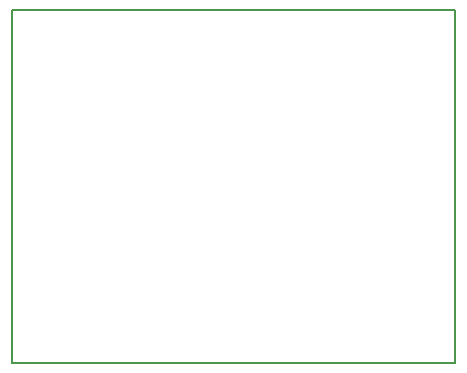
<source format=gm1>
%FSLAX25Y25*%
%MOIN*%
G70*
G01*
G75*
G04 Layer_Color=16711935*
%ADD10R,0.01969X0.01969*%
%ADD11R,0.02362X0.01969*%
%ADD12R,0.02559X0.02165*%
%ADD13R,0.03740X0.03740*%
%ADD14R,0.02165X0.02559*%
%ADD15R,0.03740X0.03740*%
%ADD16R,0.01969X0.01378*%
%ADD17R,0.02756X0.01181*%
%ADD18R,0.03504X0.06299*%
%ADD19C,0.01181*%
%ADD20C,0.01000*%
%ADD21C,0.02362*%
%ADD22C,0.01378*%
%ADD23C,0.00787*%
%ADD24C,0.01969*%
%ADD25C,0.11811*%
%ADD26C,0.02165*%
%ADD27R,0.03937X0.01378*%
%ADD28R,0.04724X0.05315*%
%ADD29C,0.01260*%
%ADD30C,0.00591*%
%ADD31C,0.00394*%
%ADD32C,0.00709*%
%ADD33C,0.00276*%
%ADD34R,0.02769X0.02769*%
%ADD35R,0.03162X0.02769*%
%ADD36R,0.03359X0.02965*%
%ADD37R,0.04540X0.04540*%
%ADD38R,0.02965X0.03359*%
%ADD39R,0.04540X0.04540*%
%ADD40R,0.02769X0.02178*%
%ADD41R,0.03386X0.01811*%
%ADD42R,0.04134X0.06929*%
%ADD43C,0.12611*%
%ADD44C,0.02965*%
%ADD45R,0.04252X0.01693*%
%ADD46R,0.05039X0.05630*%
D23*
X-100Y-100D02*
X147538D01*
X-81Y117660D02*
X147540D01*
X147557Y117643D01*
Y-57D02*
Y117643D01*
X-81Y-57D02*
Y117660D01*
Y-57D02*
X147557D01*
X-100Y-100D02*
X147538D01*
X-81Y117660D02*
X147540D01*
X147557Y117643D01*
Y-57D02*
Y117643D01*
X-81Y-57D02*
Y117660D01*
Y-57D02*
X147557D01*
M02*

</source>
